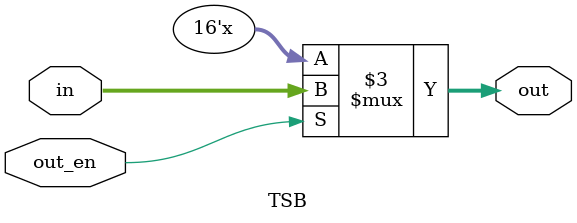
<source format=v>
/*
16 bit Tri-state Buffer 
Johnathan Banks
*/

module TSB(in, out_en, out);
	input  [15:0]	in;
	input  			out_en;
	output [15:0]	out;
	reg	   [15:0]	out;
	
	always @(in or out_en)
	begin if(out_en)
		out = in;
	else out = 16'bz;
	end
endmodule
</source>
